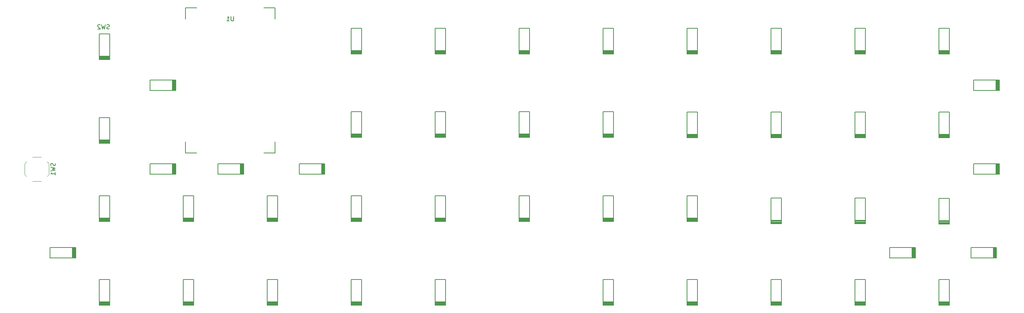
<source format=gbo>
G04 #@! TF.GenerationSoftware,KiCad,Pcbnew,(5.0.0)*
G04 #@! TF.CreationDate,2018-11-10T23:00:33-06:00*
G04 #@! TF.ProjectId,Contra,436F6E7472612E6B696361645F706362,rev?*
G04 #@! TF.SameCoordinates,Original*
G04 #@! TF.FileFunction,Legend,Bot*
G04 #@! TF.FilePolarity,Positive*
%FSLAX46Y46*%
G04 Gerber Fmt 4.6, Leading zero omitted, Abs format (unit mm)*
G04 Created by KiCad (PCBNEW (5.0.0)) date 11/10/18 23:00:33*
%MOMM*%
%LPD*%
G01*
G04 APERTURE LIST*
%ADD10C,0.150000*%
%ADD11C,0.200000*%
%ADD12C,0.120000*%
G04 APERTURE END LIST*
D10*
G04 #@! TO.C,U1*
X68580000Y-30003750D02*
X66040000Y-30003750D01*
X66040000Y-30003750D02*
X66040000Y-32543750D01*
X68580000Y-63023750D02*
X66040000Y-63023750D01*
X66040000Y-63023750D02*
X66040000Y-60483750D01*
X86360000Y-60483750D02*
X86360000Y-63023750D01*
X86360000Y-63023750D02*
X83820000Y-63023750D01*
X83820000Y-30003750D02*
X86360000Y-30003750D01*
X86360000Y-30003750D02*
X86360000Y-32543750D01*
D11*
G04 #@! TO.C,D1*
X46425000Y-41010000D02*
X48825000Y-41010000D01*
X46425000Y-41185000D02*
X48825000Y-41185000D01*
X46425000Y-41360000D02*
X48825000Y-41360000D01*
X48825000Y-41760000D02*
X46425000Y-41760000D01*
X46425000Y-41535000D02*
X48825000Y-41535000D01*
X46425000Y-41660000D02*
X48825000Y-41660000D01*
X46425000Y-41735000D02*
X46425000Y-35935000D01*
X46425000Y-35935000D02*
X48825000Y-35935000D01*
X48825000Y-35935000D02*
X48825000Y-41735000D01*
G04 #@! TO.C,D2*
X58001250Y-46425000D02*
X63801250Y-46425000D01*
X58001250Y-48825000D02*
X58001250Y-46425000D01*
X63801250Y-48825000D02*
X58001250Y-48825000D01*
X63726250Y-48825000D02*
X63726250Y-46425000D01*
X63601250Y-48825000D02*
X63601250Y-46425000D01*
X63826250Y-46425000D02*
X63826250Y-48825000D01*
X63426250Y-48825000D02*
X63426250Y-46425000D01*
X63251250Y-48825000D02*
X63251250Y-46425000D01*
X63076250Y-48825000D02*
X63076250Y-46425000D01*
G04 #@! TO.C,D3*
X78475000Y-67875000D02*
X78475000Y-65475000D01*
X78650000Y-67875000D02*
X78650000Y-65475000D01*
X78825000Y-67875000D02*
X78825000Y-65475000D01*
X79225000Y-65475000D02*
X79225000Y-67875000D01*
X79000000Y-67875000D02*
X79000000Y-65475000D01*
X79125000Y-67875000D02*
X79125000Y-65475000D01*
X79200000Y-67875000D02*
X73400000Y-67875000D01*
X73400000Y-67875000D02*
X73400000Y-65475000D01*
X73400000Y-65475000D02*
X79200000Y-65475000D01*
G04 #@! TO.C,D4*
X105975000Y-34665000D02*
X105975000Y-40465000D01*
X103575000Y-34665000D02*
X105975000Y-34665000D01*
X103575000Y-40465000D02*
X103575000Y-34665000D01*
X103575000Y-40390000D02*
X105975000Y-40390000D01*
X103575000Y-40265000D02*
X105975000Y-40265000D01*
X105975000Y-40490000D02*
X103575000Y-40490000D01*
X103575000Y-40090000D02*
X105975000Y-40090000D01*
X103575000Y-39915000D02*
X105975000Y-39915000D01*
X103575000Y-39740000D02*
X105975000Y-39740000D01*
G04 #@! TO.C,D5*
X122625000Y-39740000D02*
X125025000Y-39740000D01*
X122625000Y-39915000D02*
X125025000Y-39915000D01*
X122625000Y-40090000D02*
X125025000Y-40090000D01*
X125025000Y-40490000D02*
X122625000Y-40490000D01*
X122625000Y-40265000D02*
X125025000Y-40265000D01*
X122625000Y-40390000D02*
X125025000Y-40390000D01*
X122625000Y-40465000D02*
X122625000Y-34665000D01*
X122625000Y-34665000D02*
X125025000Y-34665000D01*
X125025000Y-34665000D02*
X125025000Y-40465000D01*
G04 #@! TO.C,D6*
X144075000Y-34665000D02*
X144075000Y-40465000D01*
X141675000Y-34665000D02*
X144075000Y-34665000D01*
X141675000Y-40465000D02*
X141675000Y-34665000D01*
X141675000Y-40390000D02*
X144075000Y-40390000D01*
X141675000Y-40265000D02*
X144075000Y-40265000D01*
X144075000Y-40490000D02*
X141675000Y-40490000D01*
X141675000Y-40090000D02*
X144075000Y-40090000D01*
X141675000Y-39915000D02*
X144075000Y-39915000D01*
X141675000Y-39740000D02*
X144075000Y-39740000D01*
G04 #@! TO.C,D7*
X160725000Y-39740000D02*
X163125000Y-39740000D01*
X160725000Y-39915000D02*
X163125000Y-39915000D01*
X160725000Y-40090000D02*
X163125000Y-40090000D01*
X163125000Y-40490000D02*
X160725000Y-40490000D01*
X160725000Y-40265000D02*
X163125000Y-40265000D01*
X160725000Y-40390000D02*
X163125000Y-40390000D01*
X160725000Y-40465000D02*
X160725000Y-34665000D01*
X160725000Y-34665000D02*
X163125000Y-34665000D01*
X163125000Y-34665000D02*
X163125000Y-40465000D01*
G04 #@! TO.C,D8*
X182175000Y-34665000D02*
X182175000Y-40465000D01*
X179775000Y-34665000D02*
X182175000Y-34665000D01*
X179775000Y-40465000D02*
X179775000Y-34665000D01*
X179775000Y-40390000D02*
X182175000Y-40390000D01*
X179775000Y-40265000D02*
X182175000Y-40265000D01*
X182175000Y-40490000D02*
X179775000Y-40490000D01*
X179775000Y-40090000D02*
X182175000Y-40090000D01*
X179775000Y-39915000D02*
X182175000Y-39915000D01*
X179775000Y-39740000D02*
X182175000Y-39740000D01*
G04 #@! TO.C,D9*
X198825000Y-39740000D02*
X201225000Y-39740000D01*
X198825000Y-39915000D02*
X201225000Y-39915000D01*
X198825000Y-40090000D02*
X201225000Y-40090000D01*
X201225000Y-40490000D02*
X198825000Y-40490000D01*
X198825000Y-40265000D02*
X201225000Y-40265000D01*
X198825000Y-40390000D02*
X201225000Y-40390000D01*
X198825000Y-40465000D02*
X198825000Y-34665000D01*
X198825000Y-34665000D02*
X201225000Y-34665000D01*
X201225000Y-34665000D02*
X201225000Y-40465000D01*
G04 #@! TO.C,D10*
X220275000Y-34665000D02*
X220275000Y-40465000D01*
X217875000Y-34665000D02*
X220275000Y-34665000D01*
X217875000Y-40465000D02*
X217875000Y-34665000D01*
X217875000Y-40390000D02*
X220275000Y-40390000D01*
X217875000Y-40265000D02*
X220275000Y-40265000D01*
X220275000Y-40490000D02*
X217875000Y-40490000D01*
X217875000Y-40090000D02*
X220275000Y-40090000D01*
X217875000Y-39915000D02*
X220275000Y-39915000D01*
X217875000Y-39740000D02*
X220275000Y-39740000D01*
G04 #@! TO.C,D11*
X236925000Y-39740000D02*
X239325000Y-39740000D01*
X236925000Y-39915000D02*
X239325000Y-39915000D01*
X236925000Y-40090000D02*
X239325000Y-40090000D01*
X239325000Y-40490000D02*
X236925000Y-40490000D01*
X236925000Y-40265000D02*
X239325000Y-40265000D01*
X236925000Y-40390000D02*
X239325000Y-40390000D01*
X236925000Y-40465000D02*
X236925000Y-34665000D01*
X236925000Y-34665000D02*
X239325000Y-34665000D01*
X239325000Y-34665000D02*
X239325000Y-40465000D01*
G04 #@! TO.C,D12*
X244850000Y-46425000D02*
X250650000Y-46425000D01*
X244850000Y-48825000D02*
X244850000Y-46425000D01*
X250650000Y-48825000D02*
X244850000Y-48825000D01*
X250575000Y-48825000D02*
X250575000Y-46425000D01*
X250450000Y-48825000D02*
X250450000Y-46425000D01*
X250675000Y-46425000D02*
X250675000Y-48825000D01*
X250275000Y-48825000D02*
X250275000Y-46425000D01*
X250100000Y-48825000D02*
X250100000Y-46425000D01*
X249925000Y-48825000D02*
X249925000Y-46425000D01*
G04 #@! TO.C,D13*
X46425000Y-60060000D02*
X48825000Y-60060000D01*
X46425000Y-60235000D02*
X48825000Y-60235000D01*
X46425000Y-60410000D02*
X48825000Y-60410000D01*
X48825000Y-60810000D02*
X46425000Y-60810000D01*
X46425000Y-60585000D02*
X48825000Y-60585000D01*
X46425000Y-60710000D02*
X48825000Y-60710000D01*
X46425000Y-60785000D02*
X46425000Y-54985000D01*
X46425000Y-54985000D02*
X48825000Y-54985000D01*
X48825000Y-54985000D02*
X48825000Y-60785000D01*
G04 #@! TO.C,D14*
X58001250Y-65475000D02*
X63801250Y-65475000D01*
X58001250Y-67875000D02*
X58001250Y-65475000D01*
X63801250Y-67875000D02*
X58001250Y-67875000D01*
X63726250Y-67875000D02*
X63726250Y-65475000D01*
X63601250Y-67875000D02*
X63601250Y-65475000D01*
X63826250Y-65475000D02*
X63826250Y-67875000D01*
X63426250Y-67875000D02*
X63426250Y-65475000D01*
X63251250Y-67875000D02*
X63251250Y-65475000D01*
X63076250Y-67875000D02*
X63076250Y-65475000D01*
G04 #@! TO.C,D15*
X91815000Y-65475000D02*
X97615000Y-65475000D01*
X91815000Y-67875000D02*
X91815000Y-65475000D01*
X97615000Y-67875000D02*
X91815000Y-67875000D01*
X97540000Y-67875000D02*
X97540000Y-65475000D01*
X97415000Y-67875000D02*
X97415000Y-65475000D01*
X97640000Y-65475000D02*
X97640000Y-67875000D01*
X97240000Y-67875000D02*
X97240000Y-65475000D01*
X97065000Y-67875000D02*
X97065000Y-65475000D01*
X96890000Y-67875000D02*
X96890000Y-65475000D01*
G04 #@! TO.C,D16*
X103575000Y-58700000D02*
X105975000Y-58700000D01*
X103575000Y-58875000D02*
X105975000Y-58875000D01*
X103575000Y-59050000D02*
X105975000Y-59050000D01*
X105975000Y-59450000D02*
X103575000Y-59450000D01*
X103575000Y-59225000D02*
X105975000Y-59225000D01*
X103575000Y-59350000D02*
X105975000Y-59350000D01*
X103575000Y-59425000D02*
X103575000Y-53625000D01*
X103575000Y-53625000D02*
X105975000Y-53625000D01*
X105975000Y-53625000D02*
X105975000Y-59425000D01*
G04 #@! TO.C,D17*
X122625000Y-58700000D02*
X125025000Y-58700000D01*
X122625000Y-58875000D02*
X125025000Y-58875000D01*
X122625000Y-59050000D02*
X125025000Y-59050000D01*
X125025000Y-59450000D02*
X122625000Y-59450000D01*
X122625000Y-59225000D02*
X125025000Y-59225000D01*
X122625000Y-59350000D02*
X125025000Y-59350000D01*
X122625000Y-59425000D02*
X122625000Y-53625000D01*
X122625000Y-53625000D02*
X125025000Y-53625000D01*
X125025000Y-53625000D02*
X125025000Y-59425000D01*
G04 #@! TO.C,D18*
X141675000Y-58700000D02*
X144075000Y-58700000D01*
X141675000Y-58875000D02*
X144075000Y-58875000D01*
X141675000Y-59050000D02*
X144075000Y-59050000D01*
X144075000Y-59450000D02*
X141675000Y-59450000D01*
X141675000Y-59225000D02*
X144075000Y-59225000D01*
X141675000Y-59350000D02*
X144075000Y-59350000D01*
X141675000Y-59425000D02*
X141675000Y-53625000D01*
X141675000Y-53625000D02*
X144075000Y-53625000D01*
X144075000Y-53625000D02*
X144075000Y-59425000D01*
G04 #@! TO.C,D19*
X160725000Y-58700000D02*
X163125000Y-58700000D01*
X160725000Y-58875000D02*
X163125000Y-58875000D01*
X160725000Y-59050000D02*
X163125000Y-59050000D01*
X163125000Y-59450000D02*
X160725000Y-59450000D01*
X160725000Y-59225000D02*
X163125000Y-59225000D01*
X160725000Y-59350000D02*
X163125000Y-59350000D01*
X160725000Y-59425000D02*
X160725000Y-53625000D01*
X160725000Y-53625000D02*
X163125000Y-53625000D01*
X163125000Y-53625000D02*
X163125000Y-59425000D01*
G04 #@! TO.C,D20*
X179775000Y-58790000D02*
X182175000Y-58790000D01*
X179775000Y-58965000D02*
X182175000Y-58965000D01*
X179775000Y-59140000D02*
X182175000Y-59140000D01*
X182175000Y-59540000D02*
X179775000Y-59540000D01*
X179775000Y-59315000D02*
X182175000Y-59315000D01*
X179775000Y-59440000D02*
X182175000Y-59440000D01*
X179775000Y-59515000D02*
X179775000Y-53715000D01*
X179775000Y-53715000D02*
X182175000Y-53715000D01*
X182175000Y-53715000D02*
X182175000Y-59515000D01*
G04 #@! TO.C,D21*
X198825000Y-58790000D02*
X201225000Y-58790000D01*
X198825000Y-58965000D02*
X201225000Y-58965000D01*
X198825000Y-59140000D02*
X201225000Y-59140000D01*
X201225000Y-59540000D02*
X198825000Y-59540000D01*
X198825000Y-59315000D02*
X201225000Y-59315000D01*
X198825000Y-59440000D02*
X201225000Y-59440000D01*
X198825000Y-59515000D02*
X198825000Y-53715000D01*
X198825000Y-53715000D02*
X201225000Y-53715000D01*
X201225000Y-53715000D02*
X201225000Y-59515000D01*
G04 #@! TO.C,D22*
X217875000Y-58790000D02*
X220275000Y-58790000D01*
X217875000Y-58965000D02*
X220275000Y-58965000D01*
X217875000Y-59140000D02*
X220275000Y-59140000D01*
X220275000Y-59540000D02*
X217875000Y-59540000D01*
X217875000Y-59315000D02*
X220275000Y-59315000D01*
X217875000Y-59440000D02*
X220275000Y-59440000D01*
X217875000Y-59515000D02*
X217875000Y-53715000D01*
X217875000Y-53715000D02*
X220275000Y-53715000D01*
X220275000Y-53715000D02*
X220275000Y-59515000D01*
G04 #@! TO.C,D23*
X236925000Y-58790000D02*
X239325000Y-58790000D01*
X236925000Y-58965000D02*
X239325000Y-58965000D01*
X236925000Y-59140000D02*
X239325000Y-59140000D01*
X239325000Y-59540000D02*
X236925000Y-59540000D01*
X236925000Y-59315000D02*
X239325000Y-59315000D01*
X236925000Y-59440000D02*
X239325000Y-59440000D01*
X236925000Y-59515000D02*
X236925000Y-53715000D01*
X236925000Y-53715000D02*
X239325000Y-53715000D01*
X239325000Y-53715000D02*
X239325000Y-59515000D01*
G04 #@! TO.C,D24*
X249925000Y-67875000D02*
X249925000Y-65475000D01*
X250100000Y-67875000D02*
X250100000Y-65475000D01*
X250275000Y-67875000D02*
X250275000Y-65475000D01*
X250675000Y-65475000D02*
X250675000Y-67875000D01*
X250450000Y-67875000D02*
X250450000Y-65475000D01*
X250575000Y-67875000D02*
X250575000Y-65475000D01*
X250650000Y-67875000D02*
X244850000Y-67875000D01*
X244850000Y-67875000D02*
X244850000Y-65475000D01*
X244850000Y-65475000D02*
X250650000Y-65475000D01*
G04 #@! TO.C,D25*
X46425000Y-77840000D02*
X48825000Y-77840000D01*
X46425000Y-78015000D02*
X48825000Y-78015000D01*
X46425000Y-78190000D02*
X48825000Y-78190000D01*
X48825000Y-78590000D02*
X46425000Y-78590000D01*
X46425000Y-78365000D02*
X48825000Y-78365000D01*
X46425000Y-78490000D02*
X48825000Y-78490000D01*
X46425000Y-78565000D02*
X46425000Y-72765000D01*
X46425000Y-72765000D02*
X48825000Y-72765000D01*
X48825000Y-72765000D02*
X48825000Y-78565000D01*
G04 #@! TO.C,D26*
X65475000Y-77840000D02*
X67875000Y-77840000D01*
X65475000Y-78015000D02*
X67875000Y-78015000D01*
X65475000Y-78190000D02*
X67875000Y-78190000D01*
X67875000Y-78590000D02*
X65475000Y-78590000D01*
X65475000Y-78365000D02*
X67875000Y-78365000D01*
X65475000Y-78490000D02*
X67875000Y-78490000D01*
X65475000Y-78565000D02*
X65475000Y-72765000D01*
X65475000Y-72765000D02*
X67875000Y-72765000D01*
X67875000Y-72765000D02*
X67875000Y-78565000D01*
G04 #@! TO.C,D27*
X84525000Y-77840000D02*
X86925000Y-77840000D01*
X84525000Y-78015000D02*
X86925000Y-78015000D01*
X84525000Y-78190000D02*
X86925000Y-78190000D01*
X86925000Y-78590000D02*
X84525000Y-78590000D01*
X84525000Y-78365000D02*
X86925000Y-78365000D01*
X84525000Y-78490000D02*
X86925000Y-78490000D01*
X84525000Y-78565000D02*
X84525000Y-72765000D01*
X84525000Y-72765000D02*
X86925000Y-72765000D01*
X86925000Y-72765000D02*
X86925000Y-78565000D01*
G04 #@! TO.C,D28*
X103575000Y-77840000D02*
X105975000Y-77840000D01*
X103575000Y-78015000D02*
X105975000Y-78015000D01*
X103575000Y-78190000D02*
X105975000Y-78190000D01*
X105975000Y-78590000D02*
X103575000Y-78590000D01*
X103575000Y-78365000D02*
X105975000Y-78365000D01*
X103575000Y-78490000D02*
X105975000Y-78490000D01*
X103575000Y-78565000D02*
X103575000Y-72765000D01*
X103575000Y-72765000D02*
X105975000Y-72765000D01*
X105975000Y-72765000D02*
X105975000Y-78565000D01*
G04 #@! TO.C,D29*
X122625000Y-77840000D02*
X125025000Y-77840000D01*
X122625000Y-78015000D02*
X125025000Y-78015000D01*
X122625000Y-78190000D02*
X125025000Y-78190000D01*
X125025000Y-78590000D02*
X122625000Y-78590000D01*
X122625000Y-78365000D02*
X125025000Y-78365000D01*
X122625000Y-78490000D02*
X125025000Y-78490000D01*
X122625000Y-78565000D02*
X122625000Y-72765000D01*
X122625000Y-72765000D02*
X125025000Y-72765000D01*
X125025000Y-72765000D02*
X125025000Y-78565000D01*
G04 #@! TO.C,D30*
X144075000Y-72765000D02*
X144075000Y-78565000D01*
X141675000Y-72765000D02*
X144075000Y-72765000D01*
X141675000Y-78565000D02*
X141675000Y-72765000D01*
X141675000Y-78490000D02*
X144075000Y-78490000D01*
X141675000Y-78365000D02*
X144075000Y-78365000D01*
X144075000Y-78590000D02*
X141675000Y-78590000D01*
X141675000Y-78190000D02*
X144075000Y-78190000D01*
X141675000Y-78015000D02*
X144075000Y-78015000D01*
X141675000Y-77840000D02*
X144075000Y-77840000D01*
G04 #@! TO.C,D31*
X163125000Y-72765000D02*
X163125000Y-78565000D01*
X160725000Y-72765000D02*
X163125000Y-72765000D01*
X160725000Y-78565000D02*
X160725000Y-72765000D01*
X160725000Y-78490000D02*
X163125000Y-78490000D01*
X160725000Y-78365000D02*
X163125000Y-78365000D01*
X163125000Y-78590000D02*
X160725000Y-78590000D01*
X160725000Y-78190000D02*
X163125000Y-78190000D01*
X160725000Y-78015000D02*
X163125000Y-78015000D01*
X160725000Y-77840000D02*
X163125000Y-77840000D01*
G04 #@! TO.C,D32*
X182175000Y-72765000D02*
X182175000Y-78565000D01*
X179775000Y-72765000D02*
X182175000Y-72765000D01*
X179775000Y-78565000D02*
X179775000Y-72765000D01*
X179775000Y-78490000D02*
X182175000Y-78490000D01*
X179775000Y-78365000D02*
X182175000Y-78365000D01*
X182175000Y-78590000D02*
X179775000Y-78590000D01*
X179775000Y-78190000D02*
X182175000Y-78190000D01*
X179775000Y-78015000D02*
X182175000Y-78015000D01*
X179775000Y-77840000D02*
X182175000Y-77840000D01*
G04 #@! TO.C,D33*
X201225000Y-73310000D02*
X201225000Y-79110000D01*
X198825000Y-73310000D02*
X201225000Y-73310000D01*
X198825000Y-79110000D02*
X198825000Y-73310000D01*
X198825000Y-79035000D02*
X201225000Y-79035000D01*
X198825000Y-78910000D02*
X201225000Y-78910000D01*
X201225000Y-79135000D02*
X198825000Y-79135000D01*
X198825000Y-78735000D02*
X201225000Y-78735000D01*
X198825000Y-78560000D02*
X201225000Y-78560000D01*
X198825000Y-78385000D02*
X201225000Y-78385000D01*
G04 #@! TO.C,D34*
X220275000Y-73310000D02*
X220275000Y-79110000D01*
X217875000Y-73310000D02*
X220275000Y-73310000D01*
X217875000Y-79110000D02*
X217875000Y-73310000D01*
X217875000Y-79035000D02*
X220275000Y-79035000D01*
X217875000Y-78910000D02*
X220275000Y-78910000D01*
X220275000Y-79135000D02*
X217875000Y-79135000D01*
X217875000Y-78735000D02*
X220275000Y-78735000D01*
X217875000Y-78560000D02*
X220275000Y-78560000D01*
X217875000Y-78385000D02*
X220275000Y-78385000D01*
G04 #@! TO.C,D35*
X225800000Y-84525000D02*
X231600000Y-84525000D01*
X225800000Y-86925000D02*
X225800000Y-84525000D01*
X231600000Y-86925000D02*
X225800000Y-86925000D01*
X231525000Y-86925000D02*
X231525000Y-84525000D01*
X231400000Y-86925000D02*
X231400000Y-84525000D01*
X231625000Y-84525000D02*
X231625000Y-86925000D01*
X231225000Y-86925000D02*
X231225000Y-84525000D01*
X231050000Y-86925000D02*
X231050000Y-84525000D01*
X230875000Y-86925000D02*
X230875000Y-84525000D01*
G04 #@! TO.C,D36*
X239325000Y-73400000D02*
X239325000Y-79200000D01*
X236925000Y-73400000D02*
X239325000Y-73400000D01*
X236925000Y-79200000D02*
X236925000Y-73400000D01*
X236925000Y-79125000D02*
X239325000Y-79125000D01*
X236925000Y-79000000D02*
X239325000Y-79000000D01*
X239325000Y-79225000D02*
X236925000Y-79225000D01*
X236925000Y-78825000D02*
X239325000Y-78825000D01*
X236925000Y-78650000D02*
X239325000Y-78650000D01*
X236925000Y-78475000D02*
X239325000Y-78475000D01*
G04 #@! TO.C,D37*
X35300000Y-84525000D02*
X41100000Y-84525000D01*
X35300000Y-86925000D02*
X35300000Y-84525000D01*
X41100000Y-86925000D02*
X35300000Y-86925000D01*
X41025000Y-86925000D02*
X41025000Y-84525000D01*
X40900000Y-86925000D02*
X40900000Y-84525000D01*
X41125000Y-84525000D02*
X41125000Y-86925000D01*
X40725000Y-86925000D02*
X40725000Y-84525000D01*
X40550000Y-86925000D02*
X40550000Y-84525000D01*
X40375000Y-86925000D02*
X40375000Y-84525000D01*
G04 #@! TO.C,D38*
X48825000Y-91815000D02*
X48825000Y-97615000D01*
X46425000Y-91815000D02*
X48825000Y-91815000D01*
X46425000Y-97615000D02*
X46425000Y-91815000D01*
X46425000Y-97540000D02*
X48825000Y-97540000D01*
X46425000Y-97415000D02*
X48825000Y-97415000D01*
X48825000Y-97640000D02*
X46425000Y-97640000D01*
X46425000Y-97240000D02*
X48825000Y-97240000D01*
X46425000Y-97065000D02*
X48825000Y-97065000D01*
X46425000Y-96890000D02*
X48825000Y-96890000D01*
G04 #@! TO.C,D39*
X67875000Y-91815000D02*
X67875000Y-97615000D01*
X65475000Y-91815000D02*
X67875000Y-91815000D01*
X65475000Y-97615000D02*
X65475000Y-91815000D01*
X65475000Y-97540000D02*
X67875000Y-97540000D01*
X65475000Y-97415000D02*
X67875000Y-97415000D01*
X67875000Y-97640000D02*
X65475000Y-97640000D01*
X65475000Y-97240000D02*
X67875000Y-97240000D01*
X65475000Y-97065000D02*
X67875000Y-97065000D01*
X65475000Y-96890000D02*
X67875000Y-96890000D01*
G04 #@! TO.C,D40*
X86925000Y-91815000D02*
X86925000Y-97615000D01*
X84525000Y-91815000D02*
X86925000Y-91815000D01*
X84525000Y-97615000D02*
X84525000Y-91815000D01*
X84525000Y-97540000D02*
X86925000Y-97540000D01*
X84525000Y-97415000D02*
X86925000Y-97415000D01*
X86925000Y-97640000D02*
X84525000Y-97640000D01*
X84525000Y-97240000D02*
X86925000Y-97240000D01*
X84525000Y-97065000D02*
X86925000Y-97065000D01*
X84525000Y-96890000D02*
X86925000Y-96890000D01*
G04 #@! TO.C,D41*
X105975000Y-91815000D02*
X105975000Y-97615000D01*
X103575000Y-91815000D02*
X105975000Y-91815000D01*
X103575000Y-97615000D02*
X103575000Y-91815000D01*
X103575000Y-97540000D02*
X105975000Y-97540000D01*
X103575000Y-97415000D02*
X105975000Y-97415000D01*
X105975000Y-97640000D02*
X103575000Y-97640000D01*
X103575000Y-97240000D02*
X105975000Y-97240000D01*
X103575000Y-97065000D02*
X105975000Y-97065000D01*
X103575000Y-96890000D02*
X105975000Y-96890000D01*
G04 #@! TO.C,D42*
X125025000Y-91815000D02*
X125025000Y-97615000D01*
X122625000Y-91815000D02*
X125025000Y-91815000D01*
X122625000Y-97615000D02*
X122625000Y-91815000D01*
X122625000Y-97540000D02*
X125025000Y-97540000D01*
X122625000Y-97415000D02*
X125025000Y-97415000D01*
X125025000Y-97640000D02*
X122625000Y-97640000D01*
X122625000Y-97240000D02*
X125025000Y-97240000D01*
X122625000Y-97065000D02*
X125025000Y-97065000D01*
X122625000Y-96890000D02*
X125025000Y-96890000D01*
G04 #@! TO.C,D43*
X163125000Y-91815000D02*
X163125000Y-97615000D01*
X160725000Y-91815000D02*
X163125000Y-91815000D01*
X160725000Y-97615000D02*
X160725000Y-91815000D01*
X160725000Y-97540000D02*
X163125000Y-97540000D01*
X160725000Y-97415000D02*
X163125000Y-97415000D01*
X163125000Y-97640000D02*
X160725000Y-97640000D01*
X160725000Y-97240000D02*
X163125000Y-97240000D01*
X160725000Y-97065000D02*
X163125000Y-97065000D01*
X160725000Y-96890000D02*
X163125000Y-96890000D01*
G04 #@! TO.C,D44*
X179775000Y-96890000D02*
X182175000Y-96890000D01*
X179775000Y-97065000D02*
X182175000Y-97065000D01*
X179775000Y-97240000D02*
X182175000Y-97240000D01*
X182175000Y-97640000D02*
X179775000Y-97640000D01*
X179775000Y-97415000D02*
X182175000Y-97415000D01*
X179775000Y-97540000D02*
X182175000Y-97540000D01*
X179775000Y-97615000D02*
X179775000Y-91815000D01*
X179775000Y-91815000D02*
X182175000Y-91815000D01*
X182175000Y-91815000D02*
X182175000Y-97615000D01*
G04 #@! TO.C,D45*
X201225000Y-91815000D02*
X201225000Y-97615000D01*
X198825000Y-91815000D02*
X201225000Y-91815000D01*
X198825000Y-97615000D02*
X198825000Y-91815000D01*
X198825000Y-97540000D02*
X201225000Y-97540000D01*
X198825000Y-97415000D02*
X201225000Y-97415000D01*
X201225000Y-97640000D02*
X198825000Y-97640000D01*
X198825000Y-97240000D02*
X201225000Y-97240000D01*
X198825000Y-97065000D02*
X201225000Y-97065000D01*
X198825000Y-96890000D02*
X201225000Y-96890000D01*
G04 #@! TO.C,D46*
X217875000Y-96890000D02*
X220275000Y-96890000D01*
X217875000Y-97065000D02*
X220275000Y-97065000D01*
X217875000Y-97240000D02*
X220275000Y-97240000D01*
X220275000Y-97640000D02*
X217875000Y-97640000D01*
X217875000Y-97415000D02*
X220275000Y-97415000D01*
X217875000Y-97540000D02*
X220275000Y-97540000D01*
X217875000Y-97615000D02*
X217875000Y-91815000D01*
X217875000Y-91815000D02*
X220275000Y-91815000D01*
X220275000Y-91815000D02*
X220275000Y-97615000D01*
G04 #@! TO.C,D47*
X236925000Y-96890000D02*
X239325000Y-96890000D01*
X236925000Y-97065000D02*
X239325000Y-97065000D01*
X236925000Y-97240000D02*
X239325000Y-97240000D01*
X239325000Y-97640000D02*
X236925000Y-97640000D01*
X236925000Y-97415000D02*
X239325000Y-97415000D01*
X236925000Y-97540000D02*
X239325000Y-97540000D01*
X236925000Y-97615000D02*
X236925000Y-91815000D01*
X236925000Y-91815000D02*
X239325000Y-91815000D01*
X239325000Y-91815000D02*
X239325000Y-97615000D01*
G04 #@! TO.C,D48*
X244215000Y-84525000D02*
X250015000Y-84525000D01*
X244215000Y-86925000D02*
X244215000Y-84525000D01*
X250015000Y-86925000D02*
X244215000Y-86925000D01*
X249940000Y-86925000D02*
X249940000Y-84525000D01*
X249815000Y-86925000D02*
X249815000Y-84525000D01*
X250040000Y-84525000D02*
X250040000Y-86925000D01*
X249640000Y-86925000D02*
X249640000Y-84525000D01*
X249465000Y-86925000D02*
X249465000Y-84525000D01*
X249290000Y-86925000D02*
X249290000Y-84525000D01*
D12*
G04 #@! TO.C,SW1*
X29983400Y-68400400D02*
X29533400Y-67950400D01*
X29983400Y-65000400D02*
X29533400Y-65450400D01*
X34583400Y-65000400D02*
X35033400Y-65450400D01*
X34583400Y-68400400D02*
X35033400Y-67950400D01*
X33283400Y-63950400D02*
X31283400Y-63950400D01*
X29533400Y-67950400D02*
X29533400Y-65450400D01*
X33283400Y-69450400D02*
X31283400Y-69450400D01*
X35033400Y-67950400D02*
X35033400Y-65450400D01*
G04 #@! TO.C,U1*
D10*
X76961904Y-31996130D02*
X76961904Y-32805654D01*
X76914285Y-32900892D01*
X76866666Y-32948511D01*
X76771428Y-32996130D01*
X76580952Y-32996130D01*
X76485714Y-32948511D01*
X76438095Y-32900892D01*
X76390476Y-32805654D01*
X76390476Y-31996130D01*
X75390476Y-32996130D02*
X75961904Y-32996130D01*
X75676190Y-32996130D02*
X75676190Y-31996130D01*
X75771428Y-32138988D01*
X75866666Y-32234226D01*
X75961904Y-32281845D01*
G04 #@! TO.C,SW1*
X36438161Y-65367066D02*
X36485780Y-65509923D01*
X36485780Y-65748019D01*
X36438161Y-65843257D01*
X36390542Y-65890876D01*
X36295304Y-65938495D01*
X36200066Y-65938495D01*
X36104828Y-65890876D01*
X36057209Y-65843257D01*
X36009590Y-65748019D01*
X35961971Y-65557542D01*
X35914352Y-65462304D01*
X35866733Y-65414685D01*
X35771495Y-65367066D01*
X35676257Y-65367066D01*
X35581019Y-65414685D01*
X35533400Y-65462304D01*
X35485780Y-65557542D01*
X35485780Y-65795638D01*
X35533400Y-65938495D01*
X35485780Y-66271828D02*
X36485780Y-66509923D01*
X35771495Y-66700400D01*
X36485780Y-66890876D01*
X35485780Y-67128971D01*
X36485780Y-68033733D02*
X36485780Y-67462304D01*
X36485780Y-67748019D02*
X35485780Y-67748019D01*
X35628638Y-67652780D01*
X35723876Y-67557542D01*
X35771495Y-67462304D01*
G04 #@! TO.C,SW2*
X48758333Y-34788761D02*
X48615476Y-34836380D01*
X48377380Y-34836380D01*
X48282142Y-34788761D01*
X48234523Y-34741142D01*
X48186904Y-34645904D01*
X48186904Y-34550666D01*
X48234523Y-34455428D01*
X48282142Y-34407809D01*
X48377380Y-34360190D01*
X48567857Y-34312571D01*
X48663095Y-34264952D01*
X48710714Y-34217333D01*
X48758333Y-34122095D01*
X48758333Y-34026857D01*
X48710714Y-33931619D01*
X48663095Y-33884000D01*
X48567857Y-33836380D01*
X48329761Y-33836380D01*
X48186904Y-33884000D01*
X47853571Y-33836380D02*
X47615476Y-34836380D01*
X47425000Y-34122095D01*
X47234523Y-34836380D01*
X46996428Y-33836380D01*
X46663095Y-33931619D02*
X46615476Y-33884000D01*
X46520238Y-33836380D01*
X46282142Y-33836380D01*
X46186904Y-33884000D01*
X46139285Y-33931619D01*
X46091666Y-34026857D01*
X46091666Y-34122095D01*
X46139285Y-34264952D01*
X46710714Y-34836380D01*
X46091666Y-34836380D01*
G04 #@! TD*
M02*

</source>
